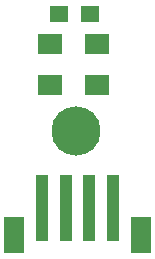
<source format=gbs>
%TF.GenerationSoftware,KiCad,Pcbnew,4.0.7-e2-6376~58~ubuntu16.04.1*%
%TF.CreationDate,2017-11-12T16:16:19-05:00*%
%TF.ProjectId,AH1892Breakout,414831383932427265616B6F75742E6B,rev?*%
%TF.FileFunction,Soldermask,Bot*%
%FSLAX46Y46*%
G04 Gerber Fmt 4.6, Leading zero omitted, Abs format (unit mm)*
G04 Created by KiCad (PCBNEW 4.0.7-e2-6376~58~ubuntu16.04.1) date Sun Nov 12 16:16:19 2017*
%MOMM*%
%LPD*%
G01*
G04 APERTURE LIST*
%ADD10C,0.127000*%
%ADD11R,1.600000X1.400000*%
%ADD12R,1.100000X5.600000*%
%ADD13R,1.700000X3.100000*%
%ADD14R,2.100000X1.800000*%
%ADD15C,4.164000*%
G04 APERTURE END LIST*
D10*
D11*
X148383000Y-92710000D03*
X151083000Y-92710000D03*
D12*
X146987000Y-109111000D03*
X148987000Y-109111000D03*
X150987000Y-109111000D03*
X152987000Y-109111000D03*
D13*
X144587000Y-111361000D03*
X155387000Y-111361000D03*
D14*
X151638000Y-95250000D03*
X147638000Y-95250000D03*
X147638000Y-98679000D03*
X151638000Y-98679000D03*
D15*
X149860000Y-102616000D03*
M02*

</source>
